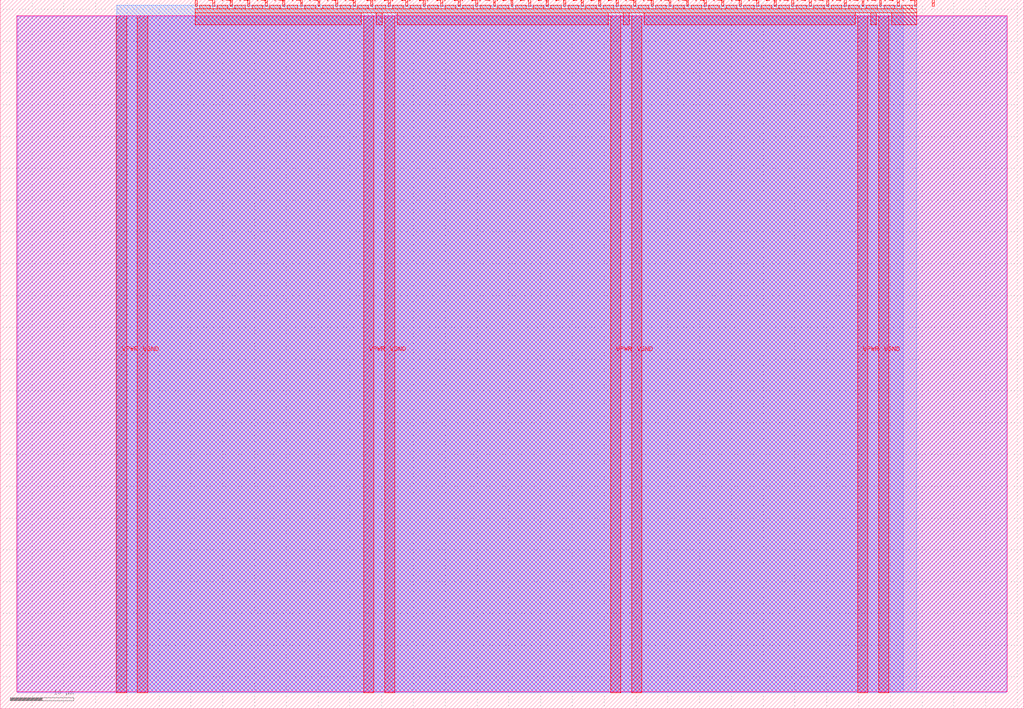
<source format=lef>
VERSION 5.7 ;
  NOWIREEXTENSIONATPIN ON ;
  DIVIDERCHAR "/" ;
  BUSBITCHARS "[]" ;
MACRO tt_um_wokwi_422960491546730497
  CLASS BLOCK ;
  FOREIGN tt_um_wokwi_422960491546730497 ;
  ORIGIN 0.000 0.000 ;
  SIZE 161.000 BY 111.520 ;
  PIN VGND
    DIRECTION INOUT ;
    USE GROUND ;
    PORT
      LAYER met4 ;
        RECT 21.580 2.480 23.180 109.040 ;
    END
    PORT
      LAYER met4 ;
        RECT 60.450 2.480 62.050 109.040 ;
    END
    PORT
      LAYER met4 ;
        RECT 99.320 2.480 100.920 109.040 ;
    END
    PORT
      LAYER met4 ;
        RECT 138.190 2.480 139.790 109.040 ;
    END
  END VGND
  PIN VPWR
    DIRECTION INOUT ;
    USE POWER ;
    PORT
      LAYER met4 ;
        RECT 18.280 2.480 19.880 109.040 ;
    END
    PORT
      LAYER met4 ;
        RECT 57.150 2.480 58.750 109.040 ;
    END
    PORT
      LAYER met4 ;
        RECT 96.020 2.480 97.620 109.040 ;
    END
    PORT
      LAYER met4 ;
        RECT 134.890 2.480 136.490 109.040 ;
    END
  END VPWR
  PIN clk
    DIRECTION INPUT ;
    USE SIGNAL ;
    ANTENNAGATEAREA 0.159000 ;
    PORT
      LAYER met4 ;
        RECT 143.830 110.520 144.130 111.520 ;
    END
  END clk
  PIN ena
    DIRECTION INPUT ;
    USE SIGNAL ;
    PORT
      LAYER met4 ;
        RECT 146.590 110.520 146.890 111.520 ;
    END
  END ena
  PIN rst_n
    DIRECTION INPUT ;
    USE SIGNAL ;
    PORT
      LAYER met4 ;
        RECT 141.070 110.520 141.370 111.520 ;
    END
  END rst_n
  PIN ui_in[0]
    DIRECTION INPUT ;
    USE SIGNAL ;
    ANTENNAGATEAREA 0.196500 ;
    PORT
      LAYER met4 ;
        RECT 138.310 110.520 138.610 111.520 ;
    END
  END ui_in[0]
  PIN ui_in[1]
    DIRECTION INPUT ;
    USE SIGNAL ;
    ANTENNAGATEAREA 0.196500 ;
    PORT
      LAYER met4 ;
        RECT 135.550 110.520 135.850 111.520 ;
    END
  END ui_in[1]
  PIN ui_in[2]
    DIRECTION INPUT ;
    USE SIGNAL ;
    ANTENNAGATEAREA 0.196500 ;
    PORT
      LAYER met4 ;
        RECT 132.790 110.520 133.090 111.520 ;
    END
  END ui_in[2]
  PIN ui_in[3]
    DIRECTION INPUT ;
    USE SIGNAL ;
    ANTENNAGATEAREA 0.196500 ;
    PORT
      LAYER met4 ;
        RECT 130.030 110.520 130.330 111.520 ;
    END
  END ui_in[3]
  PIN ui_in[4]
    DIRECTION INPUT ;
    USE SIGNAL ;
    PORT
      LAYER met4 ;
        RECT 127.270 110.520 127.570 111.520 ;
    END
  END ui_in[4]
  PIN ui_in[5]
    DIRECTION INPUT ;
    USE SIGNAL ;
    PORT
      LAYER met4 ;
        RECT 124.510 110.520 124.810 111.520 ;
    END
  END ui_in[5]
  PIN ui_in[6]
    DIRECTION INPUT ;
    USE SIGNAL ;
    PORT
      LAYER met4 ;
        RECT 121.750 110.520 122.050 111.520 ;
    END
  END ui_in[6]
  PIN ui_in[7]
    DIRECTION INPUT ;
    USE SIGNAL ;
    PORT
      LAYER met4 ;
        RECT 118.990 110.520 119.290 111.520 ;
    END
  END ui_in[7]
  PIN uio_in[0]
    DIRECTION INPUT ;
    USE SIGNAL ;
    PORT
      LAYER met4 ;
        RECT 116.230 110.520 116.530 111.520 ;
    END
  END uio_in[0]
  PIN uio_in[1]
    DIRECTION INPUT ;
    USE SIGNAL ;
    PORT
      LAYER met4 ;
        RECT 113.470 110.520 113.770 111.520 ;
    END
  END uio_in[1]
  PIN uio_in[2]
    DIRECTION INPUT ;
    USE SIGNAL ;
    PORT
      LAYER met4 ;
        RECT 110.710 110.520 111.010 111.520 ;
    END
  END uio_in[2]
  PIN uio_in[3]
    DIRECTION INPUT ;
    USE SIGNAL ;
    PORT
      LAYER met4 ;
        RECT 107.950 110.520 108.250 111.520 ;
    END
  END uio_in[3]
  PIN uio_in[4]
    DIRECTION INPUT ;
    USE SIGNAL ;
    PORT
      LAYER met4 ;
        RECT 105.190 110.520 105.490 111.520 ;
    END
  END uio_in[4]
  PIN uio_in[5]
    DIRECTION INPUT ;
    USE SIGNAL ;
    PORT
      LAYER met4 ;
        RECT 102.430 110.520 102.730 111.520 ;
    END
  END uio_in[5]
  PIN uio_in[6]
    DIRECTION INPUT ;
    USE SIGNAL ;
    PORT
      LAYER met4 ;
        RECT 99.670 110.520 99.970 111.520 ;
    END
  END uio_in[6]
  PIN uio_in[7]
    DIRECTION INPUT ;
    USE SIGNAL ;
    PORT
      LAYER met4 ;
        RECT 96.910 110.520 97.210 111.520 ;
    END
  END uio_in[7]
  PIN uio_oe[0]
    DIRECTION OUTPUT ;
    USE SIGNAL ;
    PORT
      LAYER met4 ;
        RECT 49.990 110.520 50.290 111.520 ;
    END
  END uio_oe[0]
  PIN uio_oe[1]
    DIRECTION OUTPUT ;
    USE SIGNAL ;
    PORT
      LAYER met4 ;
        RECT 47.230 110.520 47.530 111.520 ;
    END
  END uio_oe[1]
  PIN uio_oe[2]
    DIRECTION OUTPUT ;
    USE SIGNAL ;
    PORT
      LAYER met4 ;
        RECT 44.470 110.520 44.770 111.520 ;
    END
  END uio_oe[2]
  PIN uio_oe[3]
    DIRECTION OUTPUT ;
    USE SIGNAL ;
    PORT
      LAYER met4 ;
        RECT 41.710 110.520 42.010 111.520 ;
    END
  END uio_oe[3]
  PIN uio_oe[4]
    DIRECTION OUTPUT ;
    USE SIGNAL ;
    PORT
      LAYER met4 ;
        RECT 38.950 110.520 39.250 111.520 ;
    END
  END uio_oe[4]
  PIN uio_oe[5]
    DIRECTION OUTPUT ;
    USE SIGNAL ;
    PORT
      LAYER met4 ;
        RECT 36.190 110.520 36.490 111.520 ;
    END
  END uio_oe[5]
  PIN uio_oe[6]
    DIRECTION OUTPUT ;
    USE SIGNAL ;
    PORT
      LAYER met4 ;
        RECT 33.430 110.520 33.730 111.520 ;
    END
  END uio_oe[6]
  PIN uio_oe[7]
    DIRECTION OUTPUT ;
    USE SIGNAL ;
    PORT
      LAYER met4 ;
        RECT 30.670 110.520 30.970 111.520 ;
    END
  END uio_oe[7]
  PIN uio_out[0]
    DIRECTION OUTPUT ;
    USE SIGNAL ;
    PORT
      LAYER met4 ;
        RECT 72.070 110.520 72.370 111.520 ;
    END
  END uio_out[0]
  PIN uio_out[1]
    DIRECTION OUTPUT ;
    USE SIGNAL ;
    PORT
      LAYER met4 ;
        RECT 69.310 110.520 69.610 111.520 ;
    END
  END uio_out[1]
  PIN uio_out[2]
    DIRECTION OUTPUT ;
    USE SIGNAL ;
    PORT
      LAYER met4 ;
        RECT 66.550 110.520 66.850 111.520 ;
    END
  END uio_out[2]
  PIN uio_out[3]
    DIRECTION OUTPUT ;
    USE SIGNAL ;
    PORT
      LAYER met4 ;
        RECT 63.790 110.520 64.090 111.520 ;
    END
  END uio_out[3]
  PIN uio_out[4]
    DIRECTION OUTPUT ;
    USE SIGNAL ;
    PORT
      LAYER met4 ;
        RECT 61.030 110.520 61.330 111.520 ;
    END
  END uio_out[4]
  PIN uio_out[5]
    DIRECTION OUTPUT ;
    USE SIGNAL ;
    PORT
      LAYER met4 ;
        RECT 58.270 110.520 58.570 111.520 ;
    END
  END uio_out[5]
  PIN uio_out[6]
    DIRECTION OUTPUT ;
    USE SIGNAL ;
    PORT
      LAYER met4 ;
        RECT 55.510 110.520 55.810 111.520 ;
    END
  END uio_out[6]
  PIN uio_out[7]
    DIRECTION OUTPUT ;
    USE SIGNAL ;
    PORT
      LAYER met4 ;
        RECT 52.750 110.520 53.050 111.520 ;
    END
  END uio_out[7]
  PIN uo_out[0]
    DIRECTION OUTPUT ;
    USE SIGNAL ;
    ANTENNADIFFAREA 0.445500 ;
    PORT
      LAYER met4 ;
        RECT 94.150 110.520 94.450 111.520 ;
    END
  END uo_out[0]
  PIN uo_out[1]
    DIRECTION OUTPUT ;
    USE SIGNAL ;
    ANTENNADIFFAREA 0.795200 ;
    PORT
      LAYER met4 ;
        RECT 91.390 110.520 91.690 111.520 ;
    END
  END uo_out[1]
  PIN uo_out[2]
    DIRECTION OUTPUT ;
    USE SIGNAL ;
    ANTENNADIFFAREA 0.795200 ;
    PORT
      LAYER met4 ;
        RECT 88.630 110.520 88.930 111.520 ;
    END
  END uo_out[2]
  PIN uo_out[3]
    DIRECTION OUTPUT ;
    USE SIGNAL ;
    PORT
      LAYER met4 ;
        RECT 85.870 110.520 86.170 111.520 ;
    END
  END uo_out[3]
  PIN uo_out[4]
    DIRECTION OUTPUT ;
    USE SIGNAL ;
    PORT
      LAYER met4 ;
        RECT 83.110 110.520 83.410 111.520 ;
    END
  END uo_out[4]
  PIN uo_out[5]
    DIRECTION OUTPUT ;
    USE SIGNAL ;
    PORT
      LAYER met4 ;
        RECT 80.350 110.520 80.650 111.520 ;
    END
  END uo_out[5]
  PIN uo_out[6]
    DIRECTION OUTPUT ;
    USE SIGNAL ;
    PORT
      LAYER met4 ;
        RECT 77.590 110.520 77.890 111.520 ;
    END
  END uo_out[6]
  PIN uo_out[7]
    DIRECTION OUTPUT ;
    USE SIGNAL ;
    PORT
      LAYER met4 ;
        RECT 74.830 110.520 75.130 111.520 ;
    END
  END uo_out[7]
  OBS
      LAYER nwell ;
        RECT 2.570 2.635 158.430 108.990 ;
      LAYER li1 ;
        RECT 2.760 2.635 158.240 108.885 ;
      LAYER met1 ;
        RECT 2.760 2.480 158.240 109.040 ;
      LAYER met2 ;
        RECT 18.310 2.535 142.050 110.685 ;
      LAYER met3 ;
        RECT 18.290 2.555 144.170 110.665 ;
      LAYER met4 ;
        RECT 31.370 110.120 33.030 110.665 ;
        RECT 34.130 110.120 35.790 110.665 ;
        RECT 36.890 110.120 38.550 110.665 ;
        RECT 39.650 110.120 41.310 110.665 ;
        RECT 42.410 110.120 44.070 110.665 ;
        RECT 45.170 110.120 46.830 110.665 ;
        RECT 47.930 110.120 49.590 110.665 ;
        RECT 50.690 110.120 52.350 110.665 ;
        RECT 53.450 110.120 55.110 110.665 ;
        RECT 56.210 110.120 57.870 110.665 ;
        RECT 58.970 110.120 60.630 110.665 ;
        RECT 61.730 110.120 63.390 110.665 ;
        RECT 64.490 110.120 66.150 110.665 ;
        RECT 67.250 110.120 68.910 110.665 ;
        RECT 70.010 110.120 71.670 110.665 ;
        RECT 72.770 110.120 74.430 110.665 ;
        RECT 75.530 110.120 77.190 110.665 ;
        RECT 78.290 110.120 79.950 110.665 ;
        RECT 81.050 110.120 82.710 110.665 ;
        RECT 83.810 110.120 85.470 110.665 ;
        RECT 86.570 110.120 88.230 110.665 ;
        RECT 89.330 110.120 90.990 110.665 ;
        RECT 92.090 110.120 93.750 110.665 ;
        RECT 94.850 110.120 96.510 110.665 ;
        RECT 97.610 110.120 99.270 110.665 ;
        RECT 100.370 110.120 102.030 110.665 ;
        RECT 103.130 110.120 104.790 110.665 ;
        RECT 105.890 110.120 107.550 110.665 ;
        RECT 108.650 110.120 110.310 110.665 ;
        RECT 111.410 110.120 113.070 110.665 ;
        RECT 114.170 110.120 115.830 110.665 ;
        RECT 116.930 110.120 118.590 110.665 ;
        RECT 119.690 110.120 121.350 110.665 ;
        RECT 122.450 110.120 124.110 110.665 ;
        RECT 125.210 110.120 126.870 110.665 ;
        RECT 127.970 110.120 129.630 110.665 ;
        RECT 130.730 110.120 132.390 110.665 ;
        RECT 133.490 110.120 135.150 110.665 ;
        RECT 136.250 110.120 137.910 110.665 ;
        RECT 139.010 110.120 140.670 110.665 ;
        RECT 141.770 110.120 143.430 110.665 ;
        RECT 30.655 109.440 144.145 110.120 ;
        RECT 30.655 107.615 56.750 109.440 ;
        RECT 59.150 107.615 60.050 109.440 ;
        RECT 62.450 107.615 95.620 109.440 ;
        RECT 98.020 107.615 98.920 109.440 ;
        RECT 101.320 107.615 134.490 109.440 ;
        RECT 136.890 107.615 137.790 109.440 ;
        RECT 140.190 107.615 144.145 109.440 ;
  END
END tt_um_wokwi_422960491546730497
END LIBRARY


</source>
